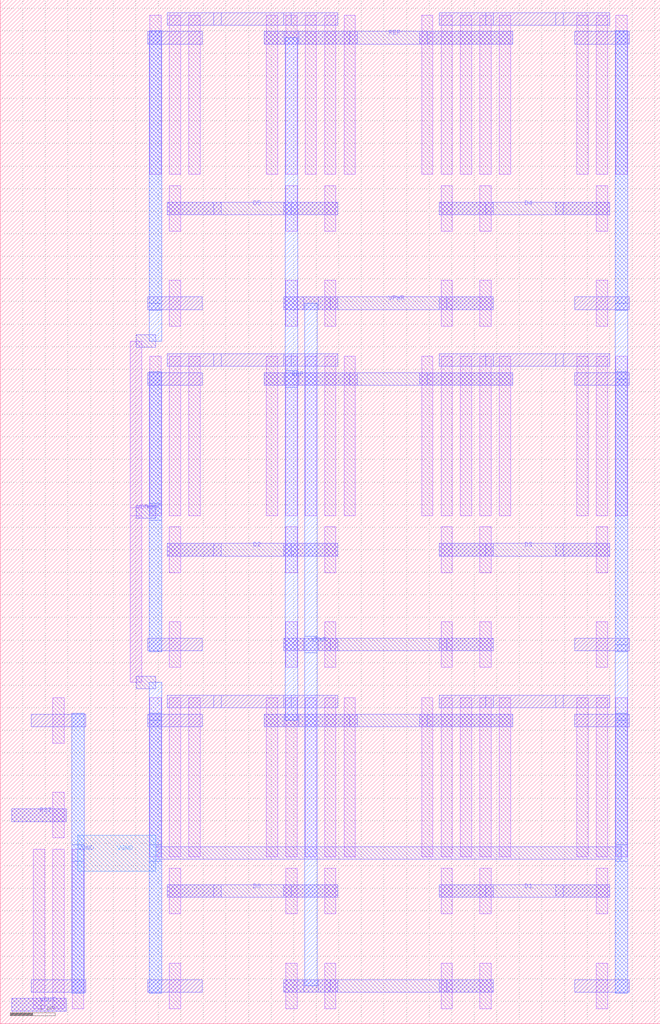
<source format=lef>
MACRO DCDC_DAC
  ORIGIN 0 0 ;
  FOREIGN DCDC_DAC 0 0 ;
  SIZE 14.62 BY 22.68 ;
  PIN D0
    DIRECTION INOUT ;
    USE SIGNAL ;
    PORT 
      LAYER M2 ;
        RECT 3.7 2.8 4.9 3.08 ;
      LAYER M2 ;
        RECT 6.28 2.8 7.48 3.08 ;
      LAYER M2 ;
        RECT 4.73 2.8 6.45 3.08 ;
    END
  END D0
  PIN VPWR
    DIRECTION INOUT ;
    USE SIGNAL ;
    PORT 
      LAYER M2 ;
        RECT 6.28 0.7 7.48 0.98 ;
      LAYER M2 ;
        RECT 6.28 15.82 7.48 16.1 ;
      LAYER M2 ;
        RECT 9.72 0.7 10.92 0.98 ;
      LAYER M2 ;
        RECT 6.28 8.26 7.48 8.54 ;
      LAYER M2 ;
        RECT 9.72 8.26 10.92 8.54 ;
      LAYER M2 ;
        RECT 9.72 15.82 10.92 16.1 ;
      LAYER M2 ;
        RECT 6.72 0.7 7.04 0.98 ;
      LAYER M3 ;
        RECT 6.74 0.84 7.02 15.96 ;
      LAYER M2 ;
        RECT 6.72 15.82 7.04 16.1 ;
      LAYER M2 ;
        RECT 7.31 0.7 9.89 0.98 ;
      LAYER M3 ;
        RECT 6.74 8.215 7.02 8.585 ;
      LAYER M2 ;
        RECT 6.72 8.26 7.04 8.54 ;
      LAYER M2 ;
        RECT 7.31 8.26 9.89 8.54 ;
      LAYER M2 ;
        RECT 7.31 15.82 9.89 16.1 ;
    END
  END VPWR
  PIN VGND
    DIRECTION INOUT ;
    USE SIGNAL ;
    PORT 
      LAYER M3 ;
        RECT 3.3 0.68 3.58 6.88 ;
      LAYER M3 ;
        RECT 3.3 15.8 3.58 22 ;
      LAYER M3 ;
        RECT 13.62 0.68 13.9 6.88 ;
      LAYER M3 ;
        RECT 3.3 8.24 3.58 14.44 ;
      LAYER M3 ;
        RECT 13.62 8.24 13.9 14.44 ;
      LAYER M3 ;
        RECT 13.62 15.8 13.9 22 ;
      LAYER M3 ;
        RECT 1.58 0.68 1.86 6.88 ;
      LAYER M3 ;
        RECT 3.3 6.72 3.58 7.56 ;
      LAYER M2 ;
        RECT 3.01 7.42 3.44 7.7 ;
      LAYER M1 ;
        RECT 2.885 7.56 3.135 15.12 ;
      LAYER M2 ;
        RECT 3.01 14.98 3.44 15.26 ;
      LAYER M3 ;
        RECT 3.3 15.12 3.58 15.96 ;
      LAYER M3 ;
        RECT 3.3 3.595 3.58 3.965 ;
      LAYER M2 ;
        RECT 3.44 3.64 13.76 3.92 ;
      LAYER M3 ;
        RECT 13.62 3.595 13.9 3.965 ;
      LAYER M1 ;
        RECT 2.885 11.255 3.135 11.425 ;
      LAYER M2 ;
        RECT 3.01 11.2 3.44 11.48 ;
      LAYER M3 ;
        RECT 3.3 11.155 3.58 11.525 ;
      LAYER M3 ;
        RECT 13.62 6.72 13.9 8.4 ;
      LAYER M3 ;
        RECT 13.62 14.28 13.9 15.96 ;
      LAYER M3 ;
        RECT 3.3 3.595 3.58 3.965 ;
      LAYER M4 ;
        RECT 1.72 3.38 3.44 4.18 ;
      LAYER M3 ;
        RECT 1.58 3.595 1.86 3.965 ;
    END
  END VGND
  PIN REF
    DIRECTION INOUT ;
    USE SIGNAL ;
    PORT 
      LAYER M2 ;
        RECT 5.85 6.58 7.91 6.86 ;
      LAYER M2 ;
        RECT 5.85 21.7 7.91 21.98 ;
      LAYER M2 ;
        RECT 9.29 6.58 11.35 6.86 ;
      LAYER M2 ;
        RECT 5.85 14.14 7.91 14.42 ;
      LAYER M2 ;
        RECT 9.29 14.14 11.35 14.42 ;
      LAYER M2 ;
        RECT 9.29 21.7 11.35 21.98 ;
      LAYER M2 ;
        RECT 6.29 6.58 6.61 6.86 ;
      LAYER M3 ;
        RECT 6.31 6.72 6.59 21.84 ;
      LAYER M2 ;
        RECT 6.29 21.7 6.61 21.98 ;
      LAYER M2 ;
        RECT 7.74 6.58 9.46 6.86 ;
      LAYER M3 ;
        RECT 6.31 14.095 6.59 14.465 ;
      LAYER M2 ;
        RECT 6.29 14.14 6.61 14.42 ;
      LAYER M2 ;
        RECT 7.74 14.14 9.46 14.42 ;
      LAYER M2 ;
        RECT 7.74 21.7 9.46 21.98 ;
    END
  END REF
  PIN D5
    DIRECTION INOUT ;
    USE SIGNAL ;
    PORT 
      LAYER M2 ;
        RECT 3.7 17.92 4.9 18.2 ;
      LAYER M2 ;
        RECT 6.28 17.92 7.48 18.2 ;
      LAYER M2 ;
        RECT 4.73 17.92 6.45 18.2 ;
    END
  END D5
  PIN D1
    DIRECTION INOUT ;
    USE SIGNAL ;
    PORT 
      LAYER M2 ;
        RECT 12.3 2.8 13.5 3.08 ;
      LAYER M2 ;
        RECT 9.72 2.8 10.92 3.08 ;
      LAYER M2 ;
        RECT 10.75 2.8 12.47 3.08 ;
    END
  END D1
  PIN D2
    DIRECTION INOUT ;
    USE SIGNAL ;
    PORT 
      LAYER M2 ;
        RECT 3.7 10.36 4.9 10.64 ;
      LAYER M2 ;
        RECT 6.28 10.36 7.48 10.64 ;
      LAYER M2 ;
        RECT 4.73 10.36 6.45 10.64 ;
    END
  END D2
  PIN D3
    DIRECTION INOUT ;
    USE SIGNAL ;
    PORT 
      LAYER M2 ;
        RECT 12.3 10.36 13.5 10.64 ;
      LAYER M2 ;
        RECT 9.72 10.36 10.92 10.64 ;
      LAYER M2 ;
        RECT 10.75 10.36 12.47 10.64 ;
    END
  END D3
  PIN D4
    DIRECTION INOUT ;
    USE SIGNAL ;
    PORT 
      LAYER M2 ;
        RECT 12.3 17.92 13.5 18.2 ;
      LAYER M2 ;
        RECT 9.72 17.92 10.92 18.2 ;
      LAYER M2 ;
        RECT 10.75 17.92 12.47 18.2 ;
    END
  END D4
  PIN VOUT
    DIRECTION INOUT ;
    USE SIGNAL ;
    PORT 
      LAYER M2 ;
        RECT 0.26 0.28 1.46 0.56 ;
    END
  END VOUT
  PIN RST
    DIRECTION INOUT ;
    USE SIGNAL ;
    PORT 
      LAYER M2 ;
        RECT 0.26 4.48 1.46 4.76 ;
    END
  END RST
  OBS 
  LAYER M2 ;
        RECT 3.7 7 4.9 7.28 ;
  LAYER M2 ;
        RECT 6.28 7 7.48 7.28 ;
  LAYER M2 ;
        RECT 4.73 7 6.45 7.28 ;
  LAYER M2 ;
        RECT 3.7 22.12 4.9 22.4 ;
  LAYER M2 ;
        RECT 6.28 22.12 7.48 22.4 ;
  LAYER M2 ;
        RECT 4.73 22.12 6.45 22.4 ;
  LAYER M2 ;
        RECT 12.3 7 13.5 7.28 ;
  LAYER M2 ;
        RECT 9.72 7 10.92 7.28 ;
  LAYER M2 ;
        RECT 10.75 7 12.47 7.28 ;
  LAYER M2 ;
        RECT 3.7 14.56 4.9 14.84 ;
  LAYER M2 ;
        RECT 6.28 14.56 7.48 14.84 ;
  LAYER M2 ;
        RECT 4.73 14.56 6.45 14.84 ;
  LAYER M2 ;
        RECT 12.3 14.56 13.5 14.84 ;
  LAYER M2 ;
        RECT 9.72 14.56 10.92 14.84 ;
  LAYER M2 ;
        RECT 10.75 14.56 12.47 14.84 ;
  LAYER M2 ;
        RECT 12.3 22.12 13.5 22.4 ;
  LAYER M2 ;
        RECT 9.72 22.12 10.92 22.4 ;
  LAYER M2 ;
        RECT 10.75 22.12 12.47 22.4 ;
  LAYER M1 ;
        RECT 3.745 3.695 3.995 7.225 ;
  LAYER M1 ;
        RECT 3.745 2.435 3.995 3.445 ;
  LAYER M1 ;
        RECT 3.745 0.335 3.995 1.345 ;
  LAYER M1 ;
        RECT 4.175 3.695 4.425 7.225 ;
  LAYER M1 ;
        RECT 3.315 3.695 3.565 7.225 ;
  LAYER M2 ;
        RECT 3.27 6.58 4.47 6.86 ;
  LAYER M2 ;
        RECT 3.27 0.7 4.47 0.98 ;
  LAYER M2 ;
        RECT 3.7 7 4.9 7.28 ;
  LAYER M2 ;
        RECT 3.7 2.8 4.9 3.08 ;
  LAYER M3 ;
        RECT 3.3 0.68 3.58 6.88 ;
  LAYER M1 ;
        RECT 7.185 3.695 7.435 7.225 ;
  LAYER M1 ;
        RECT 7.185 2.435 7.435 3.445 ;
  LAYER M1 ;
        RECT 7.185 0.335 7.435 1.345 ;
  LAYER M1 ;
        RECT 7.615 3.695 7.865 7.225 ;
  LAYER M1 ;
        RECT 6.755 3.695 7.005 7.225 ;
  LAYER M1 ;
        RECT 6.325 3.695 6.575 7.225 ;
  LAYER M1 ;
        RECT 6.325 2.435 6.575 3.445 ;
  LAYER M1 ;
        RECT 6.325 0.335 6.575 1.345 ;
  LAYER M1 ;
        RECT 5.895 3.695 6.145 7.225 ;
  LAYER M2 ;
        RECT 6.28 0.7 7.48 0.98 ;
  LAYER M2 ;
        RECT 6.28 7 7.48 7.28 ;
  LAYER M2 ;
        RECT 6.28 2.8 7.48 3.08 ;
  LAYER M2 ;
        RECT 5.85 6.58 7.91 6.86 ;
  LAYER M1 ;
        RECT 3.745 18.815 3.995 22.345 ;
  LAYER M1 ;
        RECT 3.745 17.555 3.995 18.565 ;
  LAYER M1 ;
        RECT 3.745 15.455 3.995 16.465 ;
  LAYER M1 ;
        RECT 4.175 18.815 4.425 22.345 ;
  LAYER M1 ;
        RECT 3.315 18.815 3.565 22.345 ;
  LAYER M2 ;
        RECT 3.27 21.7 4.47 21.98 ;
  LAYER M2 ;
        RECT 3.27 15.82 4.47 16.1 ;
  LAYER M2 ;
        RECT 3.7 22.12 4.9 22.4 ;
  LAYER M2 ;
        RECT 3.7 17.92 4.9 18.2 ;
  LAYER M3 ;
        RECT 3.3 15.8 3.58 22 ;
  LAYER M1 ;
        RECT 7.185 18.815 7.435 22.345 ;
  LAYER M1 ;
        RECT 7.185 17.555 7.435 18.565 ;
  LAYER M1 ;
        RECT 7.185 15.455 7.435 16.465 ;
  LAYER M1 ;
        RECT 7.615 18.815 7.865 22.345 ;
  LAYER M1 ;
        RECT 6.755 18.815 7.005 22.345 ;
  LAYER M1 ;
        RECT 6.325 18.815 6.575 22.345 ;
  LAYER M1 ;
        RECT 6.325 17.555 6.575 18.565 ;
  LAYER M1 ;
        RECT 6.325 15.455 6.575 16.465 ;
  LAYER M1 ;
        RECT 5.895 18.815 6.145 22.345 ;
  LAYER M2 ;
        RECT 6.28 15.82 7.48 16.1 ;
  LAYER M2 ;
        RECT 6.28 22.12 7.48 22.4 ;
  LAYER M2 ;
        RECT 6.28 17.92 7.48 18.2 ;
  LAYER M2 ;
        RECT 5.85 21.7 7.91 21.98 ;
  LAYER M1 ;
        RECT 13.205 3.695 13.455 7.225 ;
  LAYER M1 ;
        RECT 13.205 2.435 13.455 3.445 ;
  LAYER M1 ;
        RECT 13.205 0.335 13.455 1.345 ;
  LAYER M1 ;
        RECT 12.775 3.695 13.025 7.225 ;
  LAYER M1 ;
        RECT 13.635 3.695 13.885 7.225 ;
  LAYER M2 ;
        RECT 12.73 6.58 13.93 6.86 ;
  LAYER M2 ;
        RECT 12.73 0.7 13.93 0.98 ;
  LAYER M2 ;
        RECT 12.3 7 13.5 7.28 ;
  LAYER M2 ;
        RECT 12.3 2.8 13.5 3.08 ;
  LAYER M3 ;
        RECT 13.62 0.68 13.9 6.88 ;
  LAYER M1 ;
        RECT 9.765 3.695 10.015 7.225 ;
  LAYER M1 ;
        RECT 9.765 2.435 10.015 3.445 ;
  LAYER M1 ;
        RECT 9.765 0.335 10.015 1.345 ;
  LAYER M1 ;
        RECT 9.335 3.695 9.585 7.225 ;
  LAYER M1 ;
        RECT 10.195 3.695 10.445 7.225 ;
  LAYER M1 ;
        RECT 10.625 3.695 10.875 7.225 ;
  LAYER M1 ;
        RECT 10.625 2.435 10.875 3.445 ;
  LAYER M1 ;
        RECT 10.625 0.335 10.875 1.345 ;
  LAYER M1 ;
        RECT 11.055 3.695 11.305 7.225 ;
  LAYER M2 ;
        RECT 9.72 0.7 10.92 0.98 ;
  LAYER M2 ;
        RECT 9.72 7 10.92 7.28 ;
  LAYER M2 ;
        RECT 9.72 2.8 10.92 3.08 ;
  LAYER M2 ;
        RECT 9.29 6.58 11.35 6.86 ;
  LAYER M1 ;
        RECT 3.745 11.255 3.995 14.785 ;
  LAYER M1 ;
        RECT 3.745 9.995 3.995 11.005 ;
  LAYER M1 ;
        RECT 3.745 7.895 3.995 8.905 ;
  LAYER M1 ;
        RECT 4.175 11.255 4.425 14.785 ;
  LAYER M1 ;
        RECT 3.315 11.255 3.565 14.785 ;
  LAYER M2 ;
        RECT 3.27 14.14 4.47 14.42 ;
  LAYER M2 ;
        RECT 3.27 8.26 4.47 8.54 ;
  LAYER M2 ;
        RECT 3.7 14.56 4.9 14.84 ;
  LAYER M2 ;
        RECT 3.7 10.36 4.9 10.64 ;
  LAYER M3 ;
        RECT 3.3 8.24 3.58 14.44 ;
  LAYER M1 ;
        RECT 7.185 11.255 7.435 14.785 ;
  LAYER M1 ;
        RECT 7.185 9.995 7.435 11.005 ;
  LAYER M1 ;
        RECT 7.185 7.895 7.435 8.905 ;
  LAYER M1 ;
        RECT 7.615 11.255 7.865 14.785 ;
  LAYER M1 ;
        RECT 6.755 11.255 7.005 14.785 ;
  LAYER M1 ;
        RECT 6.325 11.255 6.575 14.785 ;
  LAYER M1 ;
        RECT 6.325 9.995 6.575 11.005 ;
  LAYER M1 ;
        RECT 6.325 7.895 6.575 8.905 ;
  LAYER M1 ;
        RECT 5.895 11.255 6.145 14.785 ;
  LAYER M2 ;
        RECT 6.28 8.26 7.48 8.54 ;
  LAYER M2 ;
        RECT 6.28 14.56 7.48 14.84 ;
  LAYER M2 ;
        RECT 6.28 10.36 7.48 10.64 ;
  LAYER M2 ;
        RECT 5.85 14.14 7.91 14.42 ;
  LAYER M1 ;
        RECT 13.205 11.255 13.455 14.785 ;
  LAYER M1 ;
        RECT 13.205 9.995 13.455 11.005 ;
  LAYER M1 ;
        RECT 13.205 7.895 13.455 8.905 ;
  LAYER M1 ;
        RECT 12.775 11.255 13.025 14.785 ;
  LAYER M1 ;
        RECT 13.635 11.255 13.885 14.785 ;
  LAYER M2 ;
        RECT 12.73 14.14 13.93 14.42 ;
  LAYER M2 ;
        RECT 12.73 8.26 13.93 8.54 ;
  LAYER M2 ;
        RECT 12.3 14.56 13.5 14.84 ;
  LAYER M2 ;
        RECT 12.3 10.36 13.5 10.64 ;
  LAYER M3 ;
        RECT 13.62 8.24 13.9 14.44 ;
  LAYER M1 ;
        RECT 9.765 11.255 10.015 14.785 ;
  LAYER M1 ;
        RECT 9.765 9.995 10.015 11.005 ;
  LAYER M1 ;
        RECT 9.765 7.895 10.015 8.905 ;
  LAYER M1 ;
        RECT 9.335 11.255 9.585 14.785 ;
  LAYER M1 ;
        RECT 10.195 11.255 10.445 14.785 ;
  LAYER M1 ;
        RECT 10.625 11.255 10.875 14.785 ;
  LAYER M1 ;
        RECT 10.625 9.995 10.875 11.005 ;
  LAYER M1 ;
        RECT 10.625 7.895 10.875 8.905 ;
  LAYER M1 ;
        RECT 11.055 11.255 11.305 14.785 ;
  LAYER M2 ;
        RECT 9.72 8.26 10.92 8.54 ;
  LAYER M2 ;
        RECT 9.72 14.56 10.92 14.84 ;
  LAYER M2 ;
        RECT 9.72 10.36 10.92 10.64 ;
  LAYER M2 ;
        RECT 9.29 14.14 11.35 14.42 ;
  LAYER M1 ;
        RECT 13.205 18.815 13.455 22.345 ;
  LAYER M1 ;
        RECT 13.205 17.555 13.455 18.565 ;
  LAYER M1 ;
        RECT 13.205 15.455 13.455 16.465 ;
  LAYER M1 ;
        RECT 12.775 18.815 13.025 22.345 ;
  LAYER M1 ;
        RECT 13.635 18.815 13.885 22.345 ;
  LAYER M2 ;
        RECT 12.73 21.7 13.93 21.98 ;
  LAYER M2 ;
        RECT 12.73 15.82 13.93 16.1 ;
  LAYER M2 ;
        RECT 12.3 22.12 13.5 22.4 ;
  LAYER M2 ;
        RECT 12.3 17.92 13.5 18.2 ;
  LAYER M3 ;
        RECT 13.62 15.8 13.9 22 ;
  LAYER M1 ;
        RECT 9.765 18.815 10.015 22.345 ;
  LAYER M1 ;
        RECT 9.765 17.555 10.015 18.565 ;
  LAYER M1 ;
        RECT 9.765 15.455 10.015 16.465 ;
  LAYER M1 ;
        RECT 9.335 18.815 9.585 22.345 ;
  LAYER M1 ;
        RECT 10.195 18.815 10.445 22.345 ;
  LAYER M1 ;
        RECT 10.625 18.815 10.875 22.345 ;
  LAYER M1 ;
        RECT 10.625 17.555 10.875 18.565 ;
  LAYER M1 ;
        RECT 10.625 15.455 10.875 16.465 ;
  LAYER M1 ;
        RECT 11.055 18.815 11.305 22.345 ;
  LAYER M2 ;
        RECT 9.72 15.82 10.92 16.1 ;
  LAYER M2 ;
        RECT 9.72 22.12 10.92 22.4 ;
  LAYER M2 ;
        RECT 9.72 17.92 10.92 18.2 ;
  LAYER M2 ;
        RECT 9.29 21.7 11.35 21.98 ;
  LAYER M1 ;
        RECT 1.165 0.335 1.415 3.865 ;
  LAYER M1 ;
        RECT 1.165 4.115 1.415 5.125 ;
  LAYER M1 ;
        RECT 1.165 6.215 1.415 7.225 ;
  LAYER M1 ;
        RECT 0.735 0.335 0.985 3.865 ;
  LAYER M1 ;
        RECT 1.595 0.335 1.845 3.865 ;
  LAYER M2 ;
        RECT 0.69 0.7 1.89 0.98 ;
  LAYER M2 ;
        RECT 0.69 6.58 1.89 6.86 ;
  LAYER M2 ;
        RECT 0.26 0.28 1.46 0.56 ;
  LAYER M2 ;
        RECT 0.26 4.48 1.46 4.76 ;
  LAYER M3 ;
        RECT 1.58 0.68 1.86 6.88 ;
  END 
END DCDC_DAC

</source>
